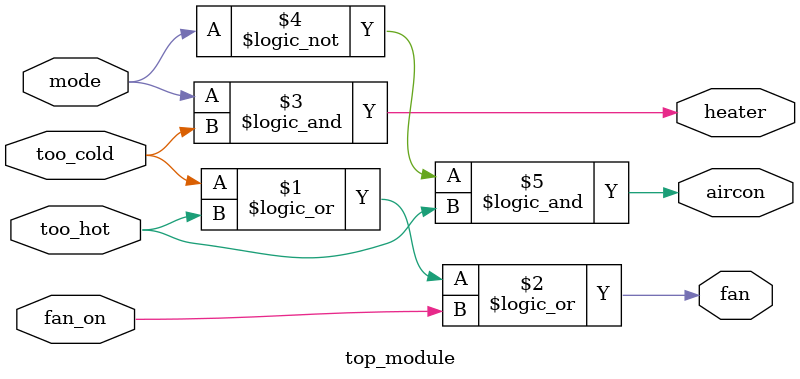
<source format=sv>
module top_module(
    input mode,
    input too_cold,
    input too_hot,
    input fan_on,
    output heater,
    output aircon,
    output fan
);

    reg fan;

    assign fan = (too_cold || too_hot || fan_on);

    assign heater = (mode && too_cold);

    assign aircon = (!mode && too_hot);
  
endmodule

</source>
